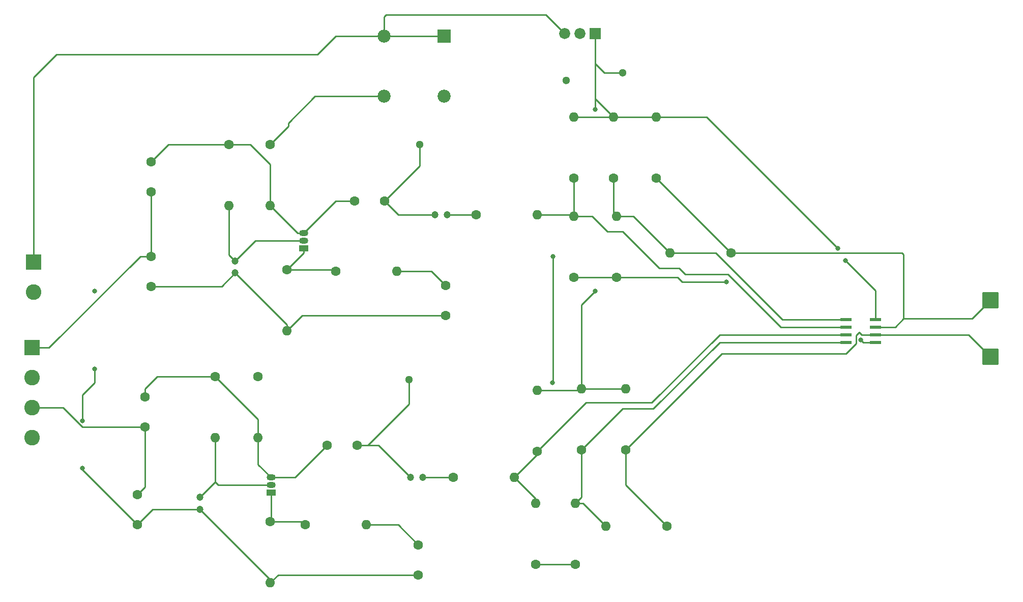
<source format=gtl>
%TF.GenerationSoftware,KiCad,Pcbnew,7.0.7*%
%TF.CreationDate,2024-02-14T20:27:21-06:00*%
%TF.ProjectId,Custom Loop Controller,43757374-6f6d-4204-9c6f-6f7020436f6e,rev?*%
%TF.SameCoordinates,Original*%
%TF.FileFunction,Copper,L1,Top*%
%TF.FilePolarity,Positive*%
%FSLAX46Y46*%
G04 Gerber Fmt 4.6, Leading zero omitted, Abs format (unit mm)*
G04 Created by KiCad (PCBNEW 7.0.7) date 2024-02-14 20:27:21*
%MOMM*%
%LPD*%
G01*
G04 APERTURE LIST*
G04 Aperture macros list*
%AMRoundRect*
0 Rectangle with rounded corners*
0 $1 Rounding radius*
0 $2 $3 $4 $5 $6 $7 $8 $9 X,Y pos of 4 corners*
0 Add a 4 corners polygon primitive as box body*
4,1,4,$2,$3,$4,$5,$6,$7,$8,$9,$2,$3,0*
0 Add four circle primitives for the rounded corners*
1,1,$1+$1,$2,$3*
1,1,$1+$1,$4,$5*
1,1,$1+$1,$6,$7*
1,1,$1+$1,$8,$9*
0 Add four rect primitives between the rounded corners*
20,1,$1+$1,$2,$3,$4,$5,0*
20,1,$1+$1,$4,$5,$6,$7,0*
20,1,$1+$1,$6,$7,$8,$9,0*
20,1,$1+$1,$8,$9,$2,$3,0*%
G04 Aperture macros list end*
%TA.AperFunction,ComponentPad*%
%ADD10C,1.600000*%
%TD*%
%TA.AperFunction,ComponentPad*%
%ADD11O,1.600000X1.600000*%
%TD*%
%TA.AperFunction,ComponentPad*%
%ADD12C,1.200000*%
%TD*%
%TA.AperFunction,ComponentPad*%
%ADD13R,2.600000X2.600000*%
%TD*%
%TA.AperFunction,ComponentPad*%
%ADD14C,2.600000*%
%TD*%
%TA.AperFunction,ComponentPad*%
%ADD15R,1.500000X1.050000*%
%TD*%
%TA.AperFunction,ComponentPad*%
%ADD16O,1.500000X1.050000*%
%TD*%
%TA.AperFunction,SMDPad,CuDef*%
%ADD17R,1.981200X0.533400*%
%TD*%
%TA.AperFunction,ComponentPad*%
%ADD18RoundRect,0.250000X-1.125000X-1.125000X1.125000X-1.125000X1.125000X1.125000X-1.125000X1.125000X0*%
%TD*%
%TA.AperFunction,ComponentPad*%
%ADD19R,1.830000X1.830000*%
%TD*%
%TA.AperFunction,ComponentPad*%
%ADD20C,1.830000*%
%TD*%
%TA.AperFunction,ComponentPad*%
%ADD21R,2.175000X2.175000*%
%TD*%
%TA.AperFunction,ComponentPad*%
%ADD22C,2.175000*%
%TD*%
%TA.AperFunction,ViaPad*%
%ADD23C,0.800000*%
%TD*%
%TA.AperFunction,ViaPad*%
%ADD24C,1.300000*%
%TD*%
%TA.AperFunction,Conductor*%
%ADD25C,0.250000*%
%TD*%
G04 APERTURE END LIST*
D10*
%TO.P,R-Gain2,1*%
%TO.N,Net-(Q2-E)*%
X111252000Y-127000000D03*
D11*
%TO.P,R-Gain2,2*%
%TO.N,Net-(CB-E2-Pad1)*%
X121412000Y-127000000D03*
%TD*%
D10*
%TO.P,R7,1*%
%TO.N,GND*%
X163068000Y-85852000D03*
D11*
%TO.P,R7,2*%
%TO.N,Net-(U1-+INA)*%
X163068000Y-75692000D03*
%TD*%
D10*
%TO.P,CB-Out1,1*%
%TO.N,Net-(Q1-C)*%
X119460000Y-73152000D03*
%TO.P,CB-Out1,2*%
%TO.N,Net-(C5-Pad1)*%
X124460000Y-73152000D03*
%TD*%
%TO.P,RB2,1*%
%TO.N,Net-(Q2-C)*%
X96266000Y-102362000D03*
D11*
%TO.P,RB2,2*%
%TO.N,Net-(J1-Pin_1)*%
X96266000Y-112522000D03*
%TD*%
D12*
%TO.P,C5,1*%
%TO.N,Net-(C5-Pad1)*%
X132858000Y-75438000D03*
%TO.P,C5,2*%
%TO.N,Net-(C5-Pad2)*%
X134858000Y-75438000D03*
%TD*%
D10*
%TO.P,C2,1*%
%TO.N,Net-(J1-Pin_2)*%
X83312000Y-121960000D03*
%TO.P,C2,2*%
%TO.N,GND*%
X83312000Y-126960000D03*
%TD*%
D12*
%TO.P,C6,1*%
%TO.N,Net-(C6-Pad1)*%
X128794000Y-119126000D03*
%TO.P,C6,2*%
%TO.N,Net-(C6-Pad2)*%
X130794000Y-119126000D03*
%TD*%
D10*
%TO.P,RC2,1*%
%TO.N,Net-(L1-Pad6)*%
X103378000Y-102362000D03*
D11*
%TO.P,RC2,2*%
%TO.N,Net-(Q2-C)*%
X103378000Y-112522000D03*
%TD*%
D10*
%TO.P,R12,1*%
%TO.N,Net-(J3-Pin_1)*%
X182118000Y-81788000D03*
D11*
%TO.P,R12,2*%
%TO.N,Net-(U1-+INA)*%
X171958000Y-81788000D03*
%TD*%
D10*
%TO.P,CB-BC2,1*%
%TO.N,Net-(Q2-C)*%
X84582000Y-105704000D03*
%TO.P,CB-BC2,2*%
%TO.N,Net-(J1-Pin_2)*%
X84582000Y-110704000D03*
%TD*%
%TO.P,CB-BC1,1*%
%TO.N,Net-(Q1-C)*%
X85598000Y-66588000D03*
%TO.P,CB-BC1,2*%
%TO.N,Net-(J1-Pin_4)*%
X85598000Y-71588000D03*
%TD*%
%TO.P,R8,1*%
%TO.N,Net-(U1-+INB)*%
X157226000Y-114554000D03*
D11*
%TO.P,R8,2*%
%TO.N,Net-(IC1-VOUT)*%
X157226000Y-104394000D03*
%TD*%
D10*
%TO.P,CB-E2,1*%
%TO.N,Net-(CB-E2-Pad1)*%
X130048000Y-130342000D03*
%TO.P,CB-E2,2*%
%TO.N,GND*%
X130048000Y-135342000D03*
%TD*%
%TO.P,R2,1*%
%TO.N,Net-(C6-Pad2)*%
X135890000Y-119126000D03*
D11*
%TO.P,R2,2*%
%TO.N,Net-(U1--INB)*%
X146050000Y-119126000D03*
%TD*%
D13*
%TO.P,J2,1,Pin_1*%
%TO.N,Net-(IC1-VIN)*%
X66040000Y-83298000D03*
D14*
%TO.P,J2,2,Pin_2*%
%TO.N,GND*%
X66040000Y-88298000D03*
%TD*%
D10*
%TO.P,RC1,1*%
%TO.N,Net-(L1-Pad4)*%
X105410000Y-63754000D03*
D11*
%TO.P,RC1,2*%
%TO.N,Net-(Q1-C)*%
X105410000Y-73914000D03*
%TD*%
D10*
%TO.P,R1,1*%
%TO.N,Net-(C5-Pad2)*%
X139700000Y-75438000D03*
D11*
%TO.P,R1,2*%
%TO.N,Net-(U1--INA)*%
X149860000Y-75438000D03*
%TD*%
D14*
%TO.P,J1,1,Pin_1*%
%TO.N,Net-(J1-Pin_1)*%
X65786000Y-112522000D03*
%TO.P,J1,2,Pin_2*%
%TO.N,Net-(J1-Pin_2)*%
X65786000Y-107522000D03*
%TO.P,J1,3,Pin_3*%
%TO.N,Net-(J1-Pin_3)*%
X65786000Y-102522000D03*
D13*
%TO.P,J1,4,Pin_4*%
%TO.N,Net-(J1-Pin_4)*%
X65786000Y-97522000D03*
%TD*%
D10*
%TO.P,R6,1*%
%TO.N,Net-(U1--INA)*%
X155956000Y-69342000D03*
D11*
%TO.P,R6,2*%
%TO.N,Net-(IC1-VOUT)*%
X155956000Y-59182000D03*
%TD*%
D15*
%TO.P,Q1,1,E*%
%TO.N,Net-(Q1-E)*%
X110998000Y-81026000D03*
D16*
%TO.P,Q1,2,B*%
%TO.N,Net-(J1-Pin_3)*%
X110998000Y-79756000D03*
%TO.P,Q1,3,C*%
%TO.N,Net-(Q1-C)*%
X110998000Y-78486000D03*
%TD*%
D10*
%TO.P,RB1,1*%
%TO.N,Net-(Q1-C)*%
X98552000Y-63754000D03*
D11*
%TO.P,RB1,2*%
%TO.N,Net-(J1-Pin_3)*%
X98552000Y-73914000D03*
%TD*%
D10*
%TO.P,R13,1*%
%TO.N,Net-(J4-Pin_1)*%
X171450000Y-127254000D03*
D11*
%TO.P,R13,2*%
%TO.N,Net-(U1-+INB)*%
X161290000Y-127254000D03*
%TD*%
D10*
%TO.P,RE1,1*%
%TO.N,Net-(Q1-E)*%
X108204000Y-84582000D03*
D11*
%TO.P,RE1,2*%
%TO.N,GND*%
X108204000Y-94742000D03*
%TD*%
D10*
%TO.P,CB-E1,1*%
%TO.N,Net-(CB-E1-Pad1)*%
X134620000Y-87202000D03*
%TO.P,CB-E1,2*%
%TO.N,GND*%
X134620000Y-92202000D03*
%TD*%
%TO.P,R11,1*%
%TO.N,Net-(J4-Pin_1)*%
X164592000Y-114554000D03*
D11*
%TO.P,R11,2*%
%TO.N,Net-(IC1-VOUT)*%
X164592000Y-104394000D03*
%TD*%
D10*
%TO.P,RE2,1*%
%TO.N,Net-(Q2-E)*%
X105410000Y-126492000D03*
D11*
%TO.P,RE2,2*%
%TO.N,GND*%
X105410000Y-136652000D03*
%TD*%
D15*
%TO.P,Q2,1,E*%
%TO.N,Net-(Q2-E)*%
X105516000Y-121666000D03*
D16*
%TO.P,Q2,2,B*%
%TO.N,Net-(J1-Pin_1)*%
X105516000Y-120396000D03*
%TO.P,Q2,3,C*%
%TO.N,Net-(Q2-C)*%
X105516000Y-119126000D03*
%TD*%
D17*
%TO.P,U1,1,+INA*%
%TO.N,Net-(U1-+INA)*%
X201244200Y-92837000D03*
%TO.P,U1,2,-INA*%
%TO.N,Net-(U1--INA)*%
X201244200Y-94107000D03*
%TO.P,U1,3,-INB*%
%TO.N,Net-(U1--INB)*%
X201244200Y-95377000D03*
%TO.P,U1,4,+INB*%
%TO.N,Net-(U1-+INB)*%
X201244200Y-96647000D03*
%TO.P,U1,5,GND*%
%TO.N,GND*%
X206171800Y-96647000D03*
%TO.P,U1,6,OUTB*%
%TO.N,Net-(J4-Pin_1)*%
X206171800Y-95377000D03*
%TO.P,U1,7,OUTA*%
%TO.N,Net-(J3-Pin_1)*%
X206171800Y-94107000D03*
%TO.P,U1,8,VCC*%
%TO.N,Net-(IC1-VOUT)*%
X206171800Y-92837000D03*
%TD*%
D10*
%TO.P,R10,1*%
%TO.N,Net-(U1-+INA)*%
X162560000Y-69342000D03*
D11*
%TO.P,R10,2*%
%TO.N,Net-(IC1-VOUT)*%
X162560000Y-59182000D03*
%TD*%
D18*
%TO.P,J3,1,Pin_1*%
%TO.N,Net-(J3-Pin_1)*%
X225298000Y-89662000D03*
%TD*%
D10*
%TO.P,R14,1*%
%TO.N,Net-(J3-Pin_1)*%
X169672000Y-69342000D03*
D11*
%TO.P,R14,2*%
%TO.N,Net-(IC1-VOUT)*%
X169672000Y-59182000D03*
%TD*%
D12*
%TO.P,C3,1*%
%TO.N,Net-(J1-Pin_3)*%
X99568000Y-83090000D03*
%TO.P,C3,2*%
%TO.N,GND*%
X99568000Y-85090000D03*
%TD*%
D10*
%TO.P,C1,1*%
%TO.N,Net-(J1-Pin_4)*%
X85598000Y-82336000D03*
%TO.P,C1,2*%
%TO.N,GND*%
X85598000Y-87336000D03*
%TD*%
D19*
%TO.P,IC1,1,VOUT*%
%TO.N,Net-(IC1-VOUT)*%
X159512000Y-45299000D03*
D20*
%TO.P,IC1,2,GND*%
%TO.N,GND*%
X156972000Y-45299000D03*
%TO.P,IC1,3,VIN*%
%TO.N,Net-(IC1-VIN)*%
X154432000Y-45299000D03*
%TD*%
D12*
%TO.P,C4,1*%
%TO.N,Net-(J1-Pin_1)*%
X93726000Y-122428000D03*
%TO.P,C4,2*%
%TO.N,GND*%
X93726000Y-124428000D03*
%TD*%
D10*
%TO.P,R5,1*%
%TO.N,GND*%
X149606000Y-133604000D03*
D11*
%TO.P,R5,2*%
%TO.N,Net-(U1--INB)*%
X149606000Y-123444000D03*
%TD*%
D10*
%TO.P,R4,1*%
%TO.N,Net-(U1--INB)*%
X149860000Y-114808000D03*
D11*
%TO.P,R4,2*%
%TO.N,Net-(IC1-VOUT)*%
X149860000Y-104648000D03*
%TD*%
D10*
%TO.P,R3,1*%
%TO.N,GND*%
X155956000Y-85852000D03*
D11*
%TO.P,R3,2*%
%TO.N,Net-(U1--INA)*%
X155956000Y-75692000D03*
%TD*%
D10*
%TO.P,R-Gain1,1*%
%TO.N,Net-(Q1-E)*%
X116332000Y-84836000D03*
D11*
%TO.P,R-Gain1,2*%
%TO.N,Net-(CB-E1-Pad1)*%
X126492000Y-84836000D03*
%TD*%
D18*
%TO.P,J4,1,Pin_1*%
%TO.N,Net-(J4-Pin_1)*%
X225298000Y-99060000D03*
%TD*%
D21*
%TO.P,L1,1,1*%
%TO.N,Net-(IC1-VIN)*%
X134366000Y-45720000D03*
D22*
%TO.P,L1,3,3*%
X124366000Y-45720000D03*
%TO.P,L1,4,4*%
%TO.N,Net-(L1-Pad4)*%
X124366000Y-55720000D03*
%TO.P,L1,6,6*%
%TO.N,Net-(L1-Pad6)*%
X134366000Y-55720000D03*
%TD*%
D10*
%TO.P,CB-Out2,1*%
%TO.N,Net-(Q2-C)*%
X114888000Y-113792000D03*
%TO.P,CB-Out2,2*%
%TO.N,Net-(C6-Pad1)*%
X119888000Y-113792000D03*
%TD*%
%TO.P,R9,1*%
%TO.N,GND*%
X156210000Y-133604000D03*
D11*
%TO.P,R9,2*%
%TO.N,Net-(U1-+INB)*%
X156210000Y-123444000D03*
%TD*%
D23*
%TO.N,GND*%
X203708000Y-96266000D03*
X76200000Y-101092000D03*
X76200000Y-88138000D03*
X152400000Y-103378000D03*
X152487000Y-82383000D03*
X74168000Y-109728000D03*
X74168000Y-117602000D03*
D24*
X154686000Y-53086000D03*
D23*
X181356000Y-86614000D03*
D24*
%TO.N,Net-(C6-Pad1)*%
X128524000Y-102870000D03*
D23*
%TO.N,Net-(IC1-VOUT)*%
X201168000Y-83058000D03*
X159512000Y-57912000D03*
X199898000Y-81026000D03*
X159512000Y-88138000D03*
D24*
X164084000Y-51816000D03*
%TO.N,Net-(C5-Pad1)*%
X130302000Y-63754000D03*
%TD*%
D25*
%TO.N,GND*%
X99568000Y-85090000D02*
X108204000Y-93726000D01*
X155956000Y-85852000D02*
X163068000Y-85852000D01*
X99568000Y-85090000D02*
X97322000Y-87336000D01*
X76200000Y-101092000D02*
X76200000Y-103378000D01*
X76120000Y-88058000D02*
X76200000Y-88138000D01*
X105410000Y-136112000D02*
X105410000Y-136652000D01*
X163068000Y-85852000D02*
X173228000Y-85852000D01*
X85844000Y-124428000D02*
X83312000Y-126960000D01*
X149606000Y-133604000D02*
X156210000Y-133604000D01*
X152487000Y-103291000D02*
X152400000Y-103378000D01*
X152487000Y-82383000D02*
X152487000Y-103291000D01*
X110744000Y-92202000D02*
X108204000Y-94742000D01*
X97322000Y-87336000D02*
X85598000Y-87336000D01*
X74168000Y-117816000D02*
X83312000Y-126960000D01*
X74168000Y-117602000D02*
X74168000Y-117816000D01*
X203708000Y-96266000D02*
X204089000Y-96647000D01*
X93726000Y-124428000D02*
X85844000Y-124428000D01*
X108204000Y-93726000D02*
X108204000Y-94742000D01*
X74168000Y-105410000D02*
X74168000Y-109728000D01*
X93726000Y-124428000D02*
X105410000Y-136112000D01*
X106720000Y-135342000D02*
X105410000Y-136652000D01*
X130048000Y-135342000D02*
X106720000Y-135342000D01*
X173990000Y-86614000D02*
X181356000Y-86614000D01*
X204089000Y-96647000D02*
X206171800Y-96647000D01*
X173228000Y-85852000D02*
X173990000Y-86614000D01*
X76200000Y-103378000D02*
X74168000Y-105410000D01*
X134620000Y-92202000D02*
X110744000Y-92202000D01*
%TO.N,Net-(J1-Pin_4)*%
X83780000Y-82336000D02*
X68594000Y-97522000D01*
X85598000Y-71588000D02*
X85598000Y-82336000D01*
X85598000Y-82336000D02*
X83780000Y-82336000D01*
X68594000Y-97522000D02*
X65786000Y-97522000D01*
%TO.N,Net-(J1-Pin_2)*%
X74118695Y-110704000D02*
X84582000Y-110704000D01*
X84582000Y-110704000D02*
X84582000Y-120690000D01*
X70936695Y-107522000D02*
X65786000Y-107522000D01*
X74118695Y-110704000D02*
X70936695Y-107522000D01*
X84582000Y-120690000D02*
X83312000Y-121960000D01*
%TO.N,Net-(C6-Pad1)*%
X119888000Y-113792000D02*
X121666000Y-113792000D01*
X119888000Y-113792000D02*
X123460000Y-113792000D01*
X128524000Y-106934000D02*
X128524000Y-102870000D01*
X121666000Y-113792000D02*
X128524000Y-106934000D01*
X123460000Y-113792000D02*
X128794000Y-119126000D01*
%TO.N,Net-(C6-Pad2)*%
X130794000Y-119126000D02*
X135890000Y-119126000D01*
%TO.N,Net-(Q2-C)*%
X109554000Y-119126000D02*
X114888000Y-113792000D01*
X103378000Y-112522000D02*
X103378000Y-116988000D01*
X86614000Y-102362000D02*
X96266000Y-102362000D01*
X84582000Y-104394000D02*
X86614000Y-102362000D01*
X84582000Y-105704000D02*
X84582000Y-104394000D01*
X103378000Y-109474000D02*
X96266000Y-102362000D01*
X103378000Y-112522000D02*
X103378000Y-109474000D01*
X103378000Y-116988000D02*
X105516000Y-119126000D01*
X105516000Y-119126000D02*
X109554000Y-119126000D01*
%TO.N,Net-(Q1-C)*%
X105410000Y-73914000D02*
X109982000Y-78486000D01*
X105410000Y-67056000D02*
X105410000Y-73914000D01*
X102108000Y-63754000D02*
X105410000Y-67056000D01*
X88432000Y-63754000D02*
X85598000Y-66588000D01*
X109982000Y-78486000D02*
X110998000Y-78486000D01*
X116332000Y-73152000D02*
X110998000Y-78486000D01*
X119460000Y-73152000D02*
X116332000Y-73152000D01*
X98552000Y-63754000D02*
X88432000Y-63754000D01*
X98552000Y-63754000D02*
X102108000Y-63754000D01*
%TO.N,Net-(CB-E1-Pad1)*%
X132254000Y-84836000D02*
X134620000Y-87202000D01*
X126492000Y-84836000D02*
X132254000Y-84836000D01*
%TO.N,Net-(CB-E2-Pad1)*%
X121412000Y-127000000D02*
X126706000Y-127000000D01*
X126706000Y-127000000D02*
X130048000Y-130342000D01*
%TO.N,Net-(IC1-VOUT)*%
X178054000Y-59182000D02*
X199898000Y-81026000D01*
X201168000Y-83058000D02*
X206171800Y-88061800D01*
X159512000Y-56134000D02*
X159512000Y-57912000D01*
X157226000Y-90424000D02*
X157226000Y-104394000D01*
X161036000Y-51816000D02*
X164084000Y-51816000D01*
X159512000Y-45299000D02*
X159512000Y-50292000D01*
X156972000Y-104648000D02*
X157226000Y-104394000D01*
X159512000Y-88138000D02*
X157226000Y-90424000D01*
X155956000Y-59182000D02*
X162560000Y-59182000D01*
X159512000Y-56134000D02*
X162560000Y-59182000D01*
X162560000Y-59182000D02*
X169672000Y-59182000D01*
X169672000Y-59182000D02*
X178054000Y-59182000D01*
X149860000Y-104648000D02*
X156972000Y-104648000D01*
X206171800Y-88061800D02*
X206171800Y-92837000D01*
X159512000Y-50292000D02*
X161036000Y-51816000D01*
X159512000Y-50292000D02*
X159512000Y-56134000D01*
X157226000Y-104394000D02*
X164592000Y-104394000D01*
%TO.N,Net-(IC1-VIN)*%
X116332000Y-45720000D02*
X124366000Y-45720000D01*
X66040000Y-83298000D02*
X66040000Y-52578000D01*
X124366000Y-45720000D02*
X134366000Y-45720000D01*
X113284000Y-48768000D02*
X116332000Y-45720000D01*
X69850000Y-48768000D02*
X113284000Y-48768000D01*
X124366000Y-45720000D02*
X124366000Y-42512000D01*
X124366000Y-42512000D02*
X124714000Y-42164000D01*
X66040000Y-52578000D02*
X69850000Y-48768000D01*
X124714000Y-42164000D02*
X151297000Y-42164000D01*
X151297000Y-42164000D02*
X154432000Y-45299000D01*
%TO.N,Net-(L1-Pad4)*%
X112870000Y-55720000D02*
X108458000Y-60132000D01*
X108458000Y-60132000D02*
X108458000Y-60706000D01*
X124366000Y-55720000D02*
X112870000Y-55720000D01*
X108458000Y-60706000D02*
X105410000Y-63754000D01*
%TO.N,Net-(Q1-E)*%
X116078000Y-84582000D02*
X116332000Y-84836000D01*
X108204000Y-84582000D02*
X116078000Y-84582000D01*
X110998000Y-81788000D02*
X108204000Y-84582000D01*
X110998000Y-81026000D02*
X110998000Y-81788000D01*
%TO.N,Net-(Q2-E)*%
X105410000Y-126492000D02*
X110744000Y-126492000D01*
X105516000Y-121666000D02*
X105516000Y-126386000D01*
X110744000Y-126492000D02*
X111252000Y-127000000D01*
X105516000Y-126386000D02*
X105410000Y-126492000D01*
%TO.N,Net-(J3-Pin_1)*%
X210820000Y-92710000D02*
X209423000Y-94107000D01*
X210820000Y-92710000D02*
X222250000Y-92710000D01*
X169672000Y-69342000D02*
X182118000Y-81788000D01*
X210820000Y-82042000D02*
X210820000Y-92710000D01*
X210566000Y-81788000D02*
X210820000Y-82042000D01*
X182118000Y-81788000D02*
X210566000Y-81788000D01*
X222250000Y-92710000D02*
X225298000Y-89662000D01*
X209423000Y-94107000D02*
X206171800Y-94107000D01*
%TO.N,Net-(U1-+INA)*%
X171958000Y-81788000D02*
X179578000Y-81788000D01*
X179578000Y-81788000D02*
X190627000Y-92837000D01*
X162560000Y-75184000D02*
X163068000Y-75692000D01*
X190627000Y-92837000D02*
X201244200Y-92837000D01*
X165862000Y-75692000D02*
X171958000Y-81788000D01*
X162560000Y-69342000D02*
X162560000Y-75184000D01*
X163068000Y-75692000D02*
X165862000Y-75692000D01*
%TO.N,Net-(U1--INA)*%
X181610000Y-85344000D02*
X190373000Y-94107000D01*
X155956000Y-75692000D02*
X155956000Y-69342000D01*
X190373000Y-94107000D02*
X201244200Y-94107000D01*
X173482000Y-84328000D02*
X174498000Y-85344000D01*
X149860000Y-75438000D02*
X155702000Y-75438000D01*
X155702000Y-75438000D02*
X155956000Y-75692000D01*
X164084000Y-78232000D02*
X161544000Y-78232000D01*
X174498000Y-85344000D02*
X181610000Y-85344000D01*
X170180000Y-84328000D02*
X164084000Y-78232000D01*
X155956000Y-75692000D02*
X159004000Y-75692000D01*
X161544000Y-78232000D02*
X159004000Y-75692000D01*
X170113009Y-84328000D02*
X170180000Y-84328000D01*
X170180000Y-84328000D02*
X173482000Y-84328000D01*
%TO.N,Net-(J4-Pin_1)*%
X203454000Y-94996000D02*
X203835000Y-95377000D01*
X164592000Y-114554000D02*
X164592000Y-120396000D01*
X221615000Y-95377000D02*
X225298000Y-99060000D01*
X202946000Y-96852500D02*
X202946000Y-95504000D01*
X202946000Y-95504000D02*
X203454000Y-94996000D01*
X206171800Y-95377000D02*
X221615000Y-95377000D01*
X164592000Y-120396000D02*
X171450000Y-127254000D01*
X201246500Y-98552000D02*
X202946000Y-96852500D01*
X164592000Y-114554000D02*
X180594000Y-98552000D01*
X203835000Y-95377000D02*
X206171800Y-95377000D01*
X180594000Y-98552000D02*
X201246500Y-98552000D01*
%TO.N,Net-(U1-+INB)*%
X157480000Y-123444000D02*
X161290000Y-127254000D01*
X157226000Y-114554000D02*
X157226000Y-122428000D01*
X157226000Y-122428000D02*
X156210000Y-123444000D01*
X156210000Y-123444000D02*
X157480000Y-123444000D01*
X164084000Y-107696000D02*
X169164000Y-107696000D01*
X169164000Y-107696000D02*
X180213000Y-96647000D01*
X157226000Y-114554000D02*
X164084000Y-107696000D01*
X180213000Y-96647000D02*
X201244200Y-96647000D01*
%TO.N,Net-(U1--INB)*%
X180213000Y-95377000D02*
X201244200Y-95377000D01*
X146050000Y-119126000D02*
X149606000Y-122682000D01*
X168910000Y-106680000D02*
X180213000Y-95377000D01*
X157988000Y-106680000D02*
X168910000Y-106680000D01*
X146050000Y-119126000D02*
X149860000Y-115316000D01*
X149606000Y-122682000D02*
X149606000Y-123444000D01*
X149860000Y-115316000D02*
X149860000Y-114808000D01*
X149860000Y-114808000D02*
X157988000Y-106680000D01*
%TO.N,Net-(J1-Pin_3)*%
X102902000Y-79756000D02*
X110998000Y-79756000D01*
X99568000Y-83090000D02*
X102902000Y-79756000D01*
X98552000Y-82074000D02*
X99568000Y-83090000D01*
X98552000Y-73914000D02*
X98552000Y-82074000D01*
%TO.N,Net-(J1-Pin_1)*%
X96266000Y-119888000D02*
X96774000Y-120396000D01*
X96774000Y-120396000D02*
X105516000Y-120396000D01*
X96266000Y-112522000D02*
X96266000Y-119888000D01*
X96266000Y-119888000D02*
X93726000Y-122428000D01*
%TO.N,Net-(C5-Pad1)*%
X132604000Y-75184000D02*
X132858000Y-75438000D01*
X130302000Y-63754000D02*
X130302000Y-67310000D01*
X132858000Y-75438000D02*
X126746000Y-75438000D01*
X126746000Y-75438000D02*
X124460000Y-73152000D01*
X130302000Y-67310000D02*
X124460000Y-73152000D01*
%TO.N,Net-(C5-Pad2)*%
X134858000Y-75438000D02*
X139700000Y-75438000D01*
%TD*%
M02*

</source>
